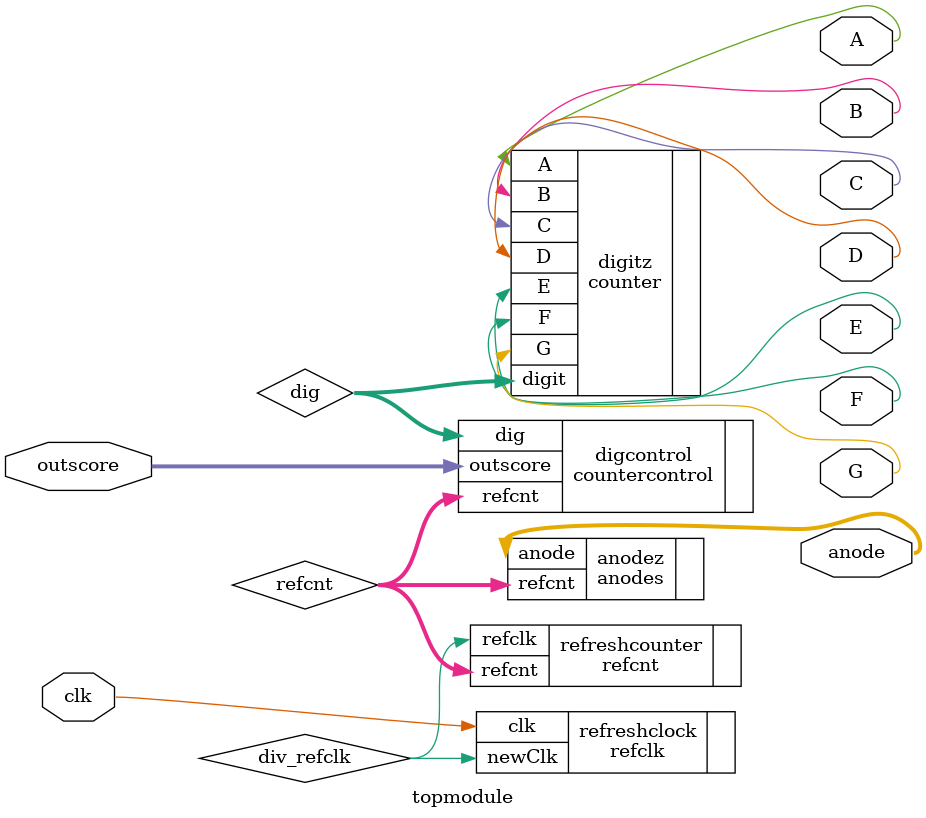
<source format=v>
`timescale 1ns / 1ps


module topmodule(
    input clk,
    input [7:0]outscore,
    output [7:0]anode,
    output wire A,
    output wire B,
    output wire C,
    output wire D,
    output wire E,
    output wire F,
    output wire G
    );

wire div_refclk;
wire [2:0] refcnt;
wire [7:0] dig;

refclk refreshclock(.clk(clk), .newClk(div_refclk)); 

refcnt refreshcounter(.refclk(div_refclk), .refcnt(refcnt));

anodes anodez(.refcnt(refcnt), .anode(anode));

countercontrol digcontrol(.outscore(outscore), .refcnt(refcnt), .dig(dig));

counter digitz(.digit(dig), .A(A),.B(B),.C(C),.D(D),.E(E),.F(F),.G(G));

endmodule

</source>
